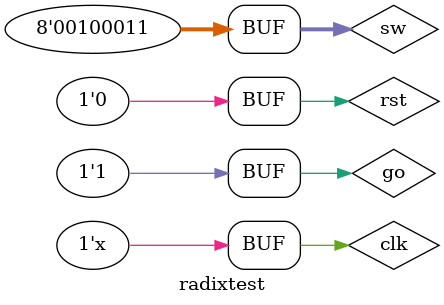
<source format=v>
`timescale 1ns / 1ps


module radixtest;

	// Inputs
	reg [7:0] sw;
	reg go;
	reg clk;
	reg rst;

	// Outputs
	wire [15:0] display;
	wire [2:0] state;
	
	// Instantiate the Unit Under Test (UUT)
	radix4booth uut (
		.sw(sw), 
		.go(go), 
		.clk(clk), 
		.rst(rst), 
		.display(display), 
		.state(state)	
	);

  always #10 clk = ~clk;
	initial begin
		// Initialize Inputs
		sw = 68;
		go = 1;
		clk = 1;
		rst = 1;

		#10;
      
		sw =68;
		go = 1;
		rst = 1;

		#10;
		
		sw = 68;
		go = 1;
		rst = 0;

		#10;
		sw = 68;
		go = 1;
		rst = 0;

		#10;
		sw = 68;
		go = 1;
		rst = 0;

		#10;
		sw = 68;
		go = 1;
		rst = 0;

		#10;
		sw = 68;
		go = 1;
		rst = 0;

		#10;
		sw = 68;
		go = 1;
		rst = 0;

		#10;
		

		sw =68;
		go = 0;
		rst = 0;

		#10;

		sw = 35;
		go = 0;
		rst = 0;

		#10;

		sw = 35;
		go = 1;
		rst = 0;

		#10;

		sw = 35;
		go = 1;
		rst = 0;

		#10;

		// Add stimulus here

	end
      
endmodule


</source>
